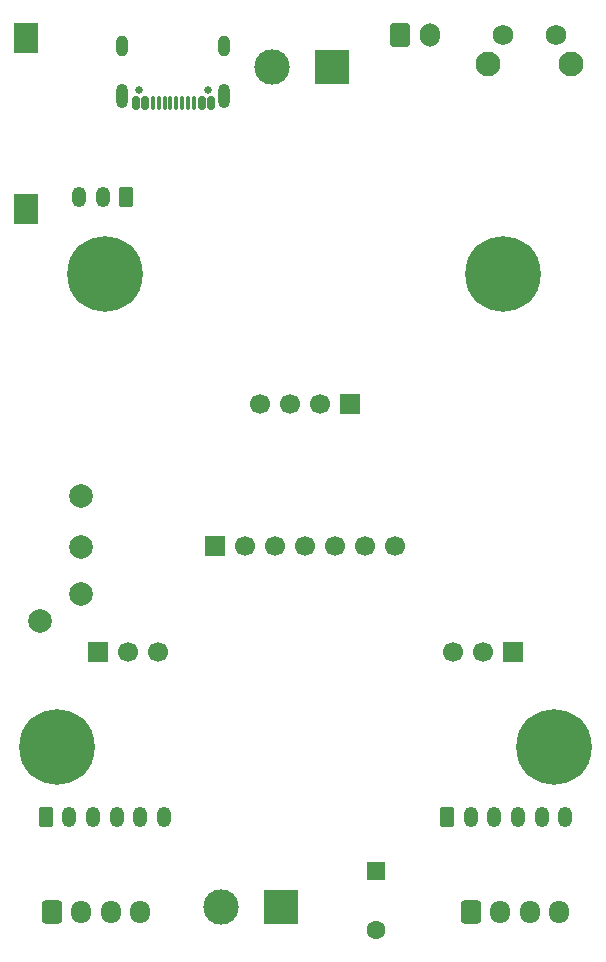
<source format=gbr>
%TF.GenerationSoftware,KiCad,Pcbnew,9.0.4*%
%TF.CreationDate,2025-08-24T10:42:23+02:00*%
%TF.ProjectId,pami_2026,70616d69-5f32-4303-9236-2e6b69636164,rev?*%
%TF.SameCoordinates,Original*%
%TF.FileFunction,Soldermask,Top*%
%TF.FilePolarity,Negative*%
%FSLAX46Y46*%
G04 Gerber Fmt 4.6, Leading zero omitted, Abs format (unit mm)*
G04 Created by KiCad (PCBNEW 9.0.4) date 2025-08-24 10:42:23*
%MOMM*%
%LPD*%
G01*
G04 APERTURE LIST*
G04 Aperture macros list*
%AMRoundRect*
0 Rectangle with rounded corners*
0 $1 Rounding radius*
0 $2 $3 $4 $5 $6 $7 $8 $9 X,Y pos of 4 corners*
0 Add a 4 corners polygon primitive as box body*
4,1,4,$2,$3,$4,$5,$6,$7,$8,$9,$2,$3,0*
0 Add four circle primitives for the rounded corners*
1,1,$1+$1,$2,$3*
1,1,$1+$1,$4,$5*
1,1,$1+$1,$6,$7*
1,1,$1+$1,$8,$9*
0 Add four rect primitives between the rounded corners*
20,1,$1+$1,$2,$3,$4,$5,0*
20,1,$1+$1,$4,$5,$6,$7,0*
20,1,$1+$1,$6,$7,$8,$9,0*
20,1,$1+$1,$8,$9,$2,$3,0*%
G04 Aperture macros list end*
%ADD10O,1.200000X1.750000*%
%ADD11RoundRect,0.250000X-0.350000X-0.625000X0.350000X-0.625000X0.350000X0.625000X-0.350000X0.625000X0*%
%ADD12C,2.000000*%
%ADD13C,0.650000*%
%ADD14RoundRect,0.150000X0.150000X0.425000X-0.150000X0.425000X-0.150000X-0.425000X0.150000X-0.425000X0*%
%ADD15RoundRect,0.075000X0.075000X0.500000X-0.075000X0.500000X-0.075000X-0.500000X0.075000X-0.500000X0*%
%ADD16O,1.000000X2.100000*%
%ADD17O,1.000000X1.800000*%
%ADD18C,0.800000*%
%ADD19C,6.400000*%
%ADD20RoundRect,0.250000X-0.600000X-0.725000X0.600000X-0.725000X0.600000X0.725000X-0.600000X0.725000X0*%
%ADD21O,1.700000X1.950000*%
%ADD22RoundRect,0.250000X0.350000X0.625000X-0.350000X0.625000X-0.350000X-0.625000X0.350000X-0.625000X0*%
%ADD23R,3.000000X3.000000*%
%ADD24C,3.000000*%
%ADD25RoundRect,0.250000X-0.600000X-0.750000X0.600000X-0.750000X0.600000X0.750000X-0.600000X0.750000X0*%
%ADD26O,1.700000X2.000000*%
%ADD27C,2.100000*%
%ADD28C,1.750000*%
%ADD29R,1.700000X1.700000*%
%ADD30C,1.700000*%
%ADD31R,2.000000X2.591000*%
%ADD32RoundRect,0.250000X-0.550000X0.550000X-0.550000X-0.550000X0.550000X-0.550000X0.550000X0.550000X0*%
%ADD33C,1.600000*%
G04 APERTURE END LIST*
D10*
%TO.C,J11*%
X201000000Y-94000000D03*
X199000000Y-94000000D03*
X197000000Y-94000000D03*
X195000000Y-94000000D03*
X193000000Y-94000000D03*
D11*
X191000000Y-94000000D03*
%TD*%
D12*
%TO.C,TP1*%
X194000000Y-66796000D03*
%TD*%
D13*
%TO.C,J8*%
X204710000Y-32405000D03*
X198930000Y-32405000D03*
D14*
X205020000Y-33480000D03*
X204220000Y-33480000D03*
D15*
X203070000Y-33480000D03*
X202070000Y-33480000D03*
X201570000Y-33480000D03*
X200570000Y-33480000D03*
D14*
X199420000Y-33480000D03*
X198620000Y-33480000D03*
X198620000Y-33480000D03*
X199420000Y-33480000D03*
D15*
X200070000Y-33480000D03*
X201070000Y-33480000D03*
X202570000Y-33480000D03*
X203570000Y-33480000D03*
D14*
X204220000Y-33480000D03*
X205020000Y-33480000D03*
D16*
X206140000Y-32905000D03*
D17*
X206140000Y-28725000D03*
D16*
X197500000Y-32905000D03*
D17*
X197500000Y-28725000D03*
%TD*%
D10*
%TO.C,J12*%
X235000000Y-94000000D03*
X233000000Y-94000000D03*
X231000000Y-94000000D03*
X229000000Y-94000000D03*
X227000000Y-94000000D03*
D11*
X225000000Y-94000000D03*
%TD*%
D18*
%TO.C,H2*%
X227297056Y-48000000D03*
X228000000Y-46302944D03*
X228000000Y-49697056D03*
X229697056Y-45600000D03*
D19*
X229697056Y-48000000D03*
D18*
X229697056Y-50400000D03*
X231394112Y-46302944D03*
X231394112Y-49697056D03*
X232097056Y-48000000D03*
%TD*%
D20*
%TO.C,J9*%
X191500000Y-102000000D03*
D21*
X194000000Y-102000000D03*
X196500000Y-102000000D03*
X199000000Y-102000000D03*
%TD*%
D22*
%TO.C,J7*%
X197834000Y-41444000D03*
D10*
X195834000Y-41444000D03*
X193834000Y-41444000D03*
%TD*%
D23*
%TO.C,J4*%
X210947000Y-101600000D03*
D24*
X205867000Y-101600000D03*
%TD*%
D18*
%TO.C,H4*%
X231600000Y-88000000D03*
X232302944Y-86302944D03*
X232302944Y-89697056D03*
X234000000Y-85600000D03*
D19*
X234000000Y-88000000D03*
D18*
X234000000Y-90400000D03*
X235697056Y-86302944D03*
X235697056Y-89697056D03*
X236400000Y-88000000D03*
%TD*%
D25*
%TO.C,SW2*%
X221000000Y-27712500D03*
D26*
X223500000Y-27712500D03*
%TD*%
D27*
%TO.C,SW1*%
X228475000Y-30202500D03*
X235485000Y-30202500D03*
D28*
X229725000Y-27712500D03*
X234225000Y-27712500D03*
%TD*%
D12*
%TO.C,TP3*%
X194000000Y-75120000D03*
%TD*%
D29*
%TO.C,J1*%
X216810000Y-59000000D03*
D30*
X214270000Y-59000000D03*
X211730000Y-59000000D03*
X209190000Y-59000000D03*
%TD*%
D12*
%TO.C,TP2*%
X194000000Y-71120000D03*
%TD*%
D29*
%TO.C,J14*%
X230540000Y-80000000D03*
D30*
X228000000Y-80000000D03*
X225460000Y-80000000D03*
%TD*%
D18*
%TO.C,H1*%
X193600000Y-48000000D03*
X194302944Y-46302944D03*
X194302944Y-49697056D03*
X196000000Y-45600000D03*
D19*
X196000000Y-48000000D03*
D18*
X196000000Y-50400000D03*
X197697056Y-46302944D03*
X197697056Y-49697056D03*
X198400000Y-48000000D03*
%TD*%
D29*
%TO.C,J10*%
X205380000Y-71000000D03*
D30*
X207920000Y-71000000D03*
X210460000Y-71000000D03*
X213000000Y-71000000D03*
X215540000Y-71000000D03*
X218080000Y-71000000D03*
X220620000Y-71000000D03*
%TD*%
D20*
%TO.C,J3*%
X227000000Y-102000000D03*
D21*
X229500000Y-102000000D03*
X232000000Y-102000000D03*
X234500000Y-102000000D03*
%TD*%
D31*
%TO.C,SW4*%
X189357000Y-28000000D03*
X189357000Y-42503500D03*
%TD*%
D12*
%TO.C,TP12*%
X190500000Y-77343000D03*
%TD*%
D29*
%TO.C,J2*%
X195460000Y-80000000D03*
D30*
X198000000Y-80000000D03*
X200540000Y-80000000D03*
%TD*%
D18*
%TO.C,H3*%
X189600000Y-88000000D03*
X190302944Y-86302944D03*
X190302944Y-89697056D03*
X192000000Y-85600000D03*
D19*
X192000000Y-88000000D03*
D18*
X192000000Y-90400000D03*
X193697056Y-86302944D03*
X193697056Y-89697056D03*
X194400000Y-88000000D03*
%TD*%
D32*
%TO.C,C18*%
X219000000Y-98500000D03*
D33*
X219000000Y-103500000D03*
%TD*%
D23*
%TO.C,SW3*%
X215265000Y-30500000D03*
D24*
X210185000Y-30500000D03*
%TD*%
M02*

</source>
